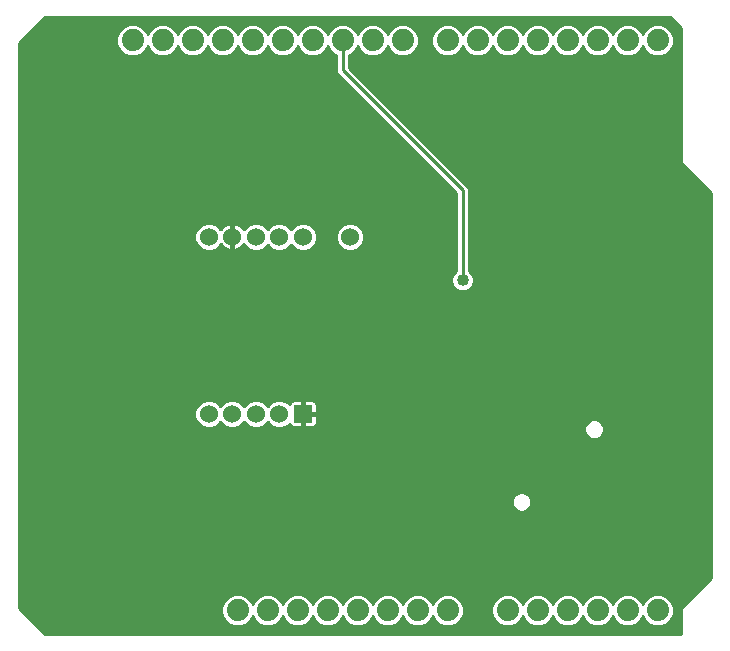
<source format=gbl>
G75*
%MOIN*%
%OFA0B0*%
%FSLAX25Y25*%
%IPPOS*%
%LPD*%
%AMOC8*
5,1,8,0,0,1.08239X$1,22.5*
%
%ADD10C,0.07400*%
%ADD11R,0.06000X0.06000*%
%ADD12C,0.06000*%
%ADD13C,0.01000*%
%ADD14C,0.04000*%
D10*
X0523333Y0201500D03*
X0533333Y0201500D03*
X0543333Y0201500D03*
X0553333Y0201500D03*
X0563333Y0201500D03*
X0573333Y0201500D03*
X0583333Y0201500D03*
X0593333Y0201500D03*
X0603333Y0201500D03*
X0613333Y0201500D03*
X0628333Y0201500D03*
X0638333Y0201500D03*
X0648333Y0201500D03*
X0658333Y0201500D03*
X0668333Y0201500D03*
X0678333Y0201500D03*
X0688333Y0201500D03*
X0698333Y0201500D03*
X0698333Y0011500D03*
X0688333Y0011500D03*
X0678333Y0011500D03*
X0668333Y0011500D03*
X0658333Y0011500D03*
X0648333Y0011500D03*
X0628333Y0011500D03*
X0618333Y0011500D03*
X0608333Y0011500D03*
X0598333Y0011500D03*
X0588333Y0011500D03*
X0578333Y0011500D03*
X0568333Y0011500D03*
X0558333Y0011500D03*
D11*
X0580144Y0076972D03*
D12*
X0572270Y0076972D03*
X0564396Y0076972D03*
X0556522Y0076972D03*
X0548648Y0076972D03*
X0548648Y0136028D03*
X0556522Y0136028D03*
X0564396Y0136028D03*
X0572270Y0136028D03*
X0580144Y0136028D03*
X0595892Y0136028D03*
D13*
X0485433Y0200630D02*
X0485433Y0012370D01*
X0494203Y0003600D01*
X0706233Y0003600D01*
X0706233Y0012370D01*
X0707463Y0013600D01*
X0716233Y0022370D01*
X0716233Y0150630D01*
X0706233Y0160630D01*
X0706233Y0205630D01*
X0702463Y0209400D01*
X0494203Y0209400D01*
X0485433Y0200630D01*
X0485433Y0200047D02*
X0518090Y0200047D01*
X0517933Y0200426D02*
X0518755Y0198441D01*
X0520274Y0196922D01*
X0522259Y0196100D01*
X0524407Y0196100D01*
X0526392Y0196922D01*
X0527911Y0198441D01*
X0528333Y0199460D01*
X0528755Y0198441D01*
X0530274Y0196922D01*
X0532259Y0196100D01*
X0534407Y0196100D01*
X0536392Y0196922D01*
X0537911Y0198441D01*
X0538333Y0199460D01*
X0538755Y0198441D01*
X0540274Y0196922D01*
X0542259Y0196100D01*
X0544407Y0196100D01*
X0546392Y0196922D01*
X0547911Y0198441D01*
X0548333Y0199460D01*
X0548755Y0198441D01*
X0550274Y0196922D01*
X0552259Y0196100D01*
X0554407Y0196100D01*
X0556392Y0196922D01*
X0557911Y0198441D01*
X0558333Y0199460D01*
X0558755Y0198441D01*
X0560274Y0196922D01*
X0562259Y0196100D01*
X0564407Y0196100D01*
X0566392Y0196922D01*
X0567911Y0198441D01*
X0568333Y0199460D01*
X0568755Y0198441D01*
X0570274Y0196922D01*
X0572259Y0196100D01*
X0574407Y0196100D01*
X0576392Y0196922D01*
X0577911Y0198441D01*
X0578333Y0199460D01*
X0578755Y0198441D01*
X0580274Y0196922D01*
X0582259Y0196100D01*
X0584407Y0196100D01*
X0586392Y0196922D01*
X0587911Y0198441D01*
X0588333Y0199460D01*
X0588755Y0198441D01*
X0590274Y0196922D01*
X0591133Y0196566D01*
X0591133Y0190589D01*
X0592422Y0189300D01*
X0631133Y0150589D01*
X0631133Y0124533D01*
X0630197Y0123596D01*
X0629633Y0122236D01*
X0629633Y0120764D01*
X0630197Y0119404D01*
X0631237Y0118363D01*
X0632597Y0117800D01*
X0634069Y0117800D01*
X0635429Y0118363D01*
X0636470Y0119404D01*
X0637033Y0120764D01*
X0637033Y0122236D01*
X0636470Y0123596D01*
X0635533Y0124533D01*
X0635533Y0152411D01*
X0595533Y0192411D01*
X0595533Y0196566D01*
X0596392Y0196922D01*
X0597911Y0198441D01*
X0598333Y0199460D01*
X0598755Y0198441D01*
X0600274Y0196922D01*
X0602259Y0196100D01*
X0604407Y0196100D01*
X0606392Y0196922D01*
X0607911Y0198441D01*
X0608333Y0199460D01*
X0608755Y0198441D01*
X0610274Y0196922D01*
X0612259Y0196100D01*
X0614407Y0196100D01*
X0616392Y0196922D01*
X0617911Y0198441D01*
X0618733Y0200426D01*
X0618733Y0202574D01*
X0617911Y0204559D01*
X0616392Y0206078D01*
X0614407Y0206900D01*
X0612259Y0206900D01*
X0610274Y0206078D01*
X0608755Y0204559D01*
X0608333Y0203540D01*
X0607911Y0204559D01*
X0606392Y0206078D01*
X0604407Y0206900D01*
X0602259Y0206900D01*
X0600274Y0206078D01*
X0598755Y0204559D01*
X0598333Y0203540D01*
X0597911Y0204559D01*
X0596392Y0206078D01*
X0594407Y0206900D01*
X0592259Y0206900D01*
X0590274Y0206078D01*
X0588755Y0204559D01*
X0588333Y0203540D01*
X0587911Y0204559D01*
X0586392Y0206078D01*
X0584407Y0206900D01*
X0582259Y0206900D01*
X0580274Y0206078D01*
X0578755Y0204559D01*
X0578333Y0203540D01*
X0577911Y0204559D01*
X0576392Y0206078D01*
X0574407Y0206900D01*
X0572259Y0206900D01*
X0570274Y0206078D01*
X0568755Y0204559D01*
X0568333Y0203540D01*
X0567911Y0204559D01*
X0566392Y0206078D01*
X0564407Y0206900D01*
X0562259Y0206900D01*
X0560274Y0206078D01*
X0558755Y0204559D01*
X0558333Y0203540D01*
X0557911Y0204559D01*
X0556392Y0206078D01*
X0554407Y0206900D01*
X0552259Y0206900D01*
X0550274Y0206078D01*
X0548755Y0204559D01*
X0548333Y0203540D01*
X0547911Y0204559D01*
X0546392Y0206078D01*
X0544407Y0206900D01*
X0542259Y0206900D01*
X0540274Y0206078D01*
X0538755Y0204559D01*
X0538333Y0203540D01*
X0537911Y0204559D01*
X0536392Y0206078D01*
X0534407Y0206900D01*
X0532259Y0206900D01*
X0530274Y0206078D01*
X0528755Y0204559D01*
X0528333Y0203540D01*
X0527911Y0204559D01*
X0526392Y0206078D01*
X0524407Y0206900D01*
X0522259Y0206900D01*
X0520274Y0206078D01*
X0518755Y0204559D01*
X0517933Y0202574D01*
X0517933Y0200426D01*
X0517933Y0201046D02*
X0485849Y0201046D01*
X0486848Y0202044D02*
X0517933Y0202044D01*
X0518128Y0203043D02*
X0487846Y0203043D01*
X0488845Y0204041D02*
X0518541Y0204041D01*
X0519237Y0205040D02*
X0489843Y0205040D01*
X0490842Y0206039D02*
X0520235Y0206039D01*
X0526432Y0206039D02*
X0530235Y0206039D01*
X0529237Y0205040D02*
X0527430Y0205040D01*
X0528126Y0204041D02*
X0528541Y0204041D01*
X0528504Y0199049D02*
X0528163Y0199049D01*
X0527520Y0198050D02*
X0529146Y0198050D01*
X0530145Y0197052D02*
X0526522Y0197052D01*
X0520145Y0197052D02*
X0485433Y0197052D01*
X0485433Y0198050D02*
X0519146Y0198050D01*
X0518504Y0199049D02*
X0485433Y0199049D01*
X0485433Y0196053D02*
X0591133Y0196053D01*
X0591133Y0195055D02*
X0485433Y0195055D01*
X0485433Y0194056D02*
X0591133Y0194056D01*
X0591133Y0193058D02*
X0485433Y0193058D01*
X0485433Y0192059D02*
X0591133Y0192059D01*
X0591133Y0191061D02*
X0485433Y0191061D01*
X0485433Y0190062D02*
X0591660Y0190062D01*
X0592658Y0189064D02*
X0485433Y0189064D01*
X0485433Y0188065D02*
X0593657Y0188065D01*
X0594655Y0187067D02*
X0485433Y0187067D01*
X0485433Y0186068D02*
X0595654Y0186068D01*
X0596652Y0185070D02*
X0485433Y0185070D01*
X0485433Y0184071D02*
X0597651Y0184071D01*
X0598649Y0183073D02*
X0485433Y0183073D01*
X0485433Y0182074D02*
X0599648Y0182074D01*
X0600646Y0181076D02*
X0485433Y0181076D01*
X0485433Y0180077D02*
X0601645Y0180077D01*
X0602643Y0179079D02*
X0485433Y0179079D01*
X0485433Y0178080D02*
X0603642Y0178080D01*
X0604640Y0177082D02*
X0485433Y0177082D01*
X0485433Y0176083D02*
X0605639Y0176083D01*
X0606637Y0175085D02*
X0485433Y0175085D01*
X0485433Y0174086D02*
X0607636Y0174086D01*
X0608634Y0173088D02*
X0485433Y0173088D01*
X0485433Y0172089D02*
X0609633Y0172089D01*
X0610631Y0171091D02*
X0485433Y0171091D01*
X0485433Y0170092D02*
X0611630Y0170092D01*
X0612628Y0169094D02*
X0485433Y0169094D01*
X0485433Y0168095D02*
X0613627Y0168095D01*
X0614625Y0167097D02*
X0485433Y0167097D01*
X0485433Y0166098D02*
X0615624Y0166098D01*
X0616623Y0165100D02*
X0485433Y0165100D01*
X0485433Y0164101D02*
X0617621Y0164101D01*
X0618620Y0163103D02*
X0485433Y0163103D01*
X0485433Y0162104D02*
X0619618Y0162104D01*
X0620617Y0161105D02*
X0485433Y0161105D01*
X0485433Y0160107D02*
X0621615Y0160107D01*
X0622614Y0159108D02*
X0485433Y0159108D01*
X0485433Y0158110D02*
X0623612Y0158110D01*
X0624611Y0157111D02*
X0485433Y0157111D01*
X0485433Y0156113D02*
X0625609Y0156113D01*
X0626608Y0155114D02*
X0485433Y0155114D01*
X0485433Y0154116D02*
X0627606Y0154116D01*
X0628605Y0153117D02*
X0485433Y0153117D01*
X0485433Y0152119D02*
X0629603Y0152119D01*
X0630602Y0151120D02*
X0485433Y0151120D01*
X0485433Y0150122D02*
X0631133Y0150122D01*
X0631133Y0149123D02*
X0485433Y0149123D01*
X0485433Y0148125D02*
X0631133Y0148125D01*
X0631133Y0147126D02*
X0485433Y0147126D01*
X0485433Y0146128D02*
X0631133Y0146128D01*
X0631133Y0145129D02*
X0485433Y0145129D01*
X0485433Y0144131D02*
X0631133Y0144131D01*
X0631133Y0143132D02*
X0485433Y0143132D01*
X0485433Y0142134D02*
X0631133Y0142134D01*
X0631133Y0141135D02*
X0485433Y0141135D01*
X0485433Y0140137D02*
X0546287Y0140137D01*
X0545986Y0140012D02*
X0544664Y0138690D01*
X0543948Y0136962D01*
X0543948Y0135093D01*
X0544664Y0133365D01*
X0545986Y0132043D01*
X0547713Y0131328D01*
X0549583Y0131328D01*
X0551311Y0132043D01*
X0552633Y0133365D01*
X0552728Y0133595D01*
X0553090Y0133096D01*
X0553591Y0132595D01*
X0554164Y0132179D01*
X0554795Y0131857D01*
X0555469Y0131638D01*
X0556168Y0131528D01*
X0556235Y0131528D01*
X0556235Y0135740D01*
X0556810Y0135740D01*
X0556810Y0131528D01*
X0556876Y0131528D01*
X0557576Y0131638D01*
X0558250Y0131857D01*
X0558881Y0132179D01*
X0559454Y0132595D01*
X0559955Y0133096D01*
X0560317Y0133595D01*
X0560412Y0133365D01*
X0561734Y0132043D01*
X0563461Y0131328D01*
X0565331Y0131328D01*
X0567059Y0132043D01*
X0568333Y0133318D01*
X0569608Y0132043D01*
X0571335Y0131328D01*
X0573205Y0131328D01*
X0574933Y0132043D01*
X0576207Y0133318D01*
X0577482Y0132043D01*
X0579209Y0131328D01*
X0581079Y0131328D01*
X0582807Y0132043D01*
X0584129Y0133365D01*
X0584844Y0135093D01*
X0584844Y0136962D01*
X0584129Y0138690D01*
X0582807Y0140012D01*
X0581079Y0140728D01*
X0579209Y0140728D01*
X0577482Y0140012D01*
X0576207Y0138737D01*
X0574933Y0140012D01*
X0573205Y0140728D01*
X0571335Y0140728D01*
X0569608Y0140012D01*
X0568333Y0138737D01*
X0567059Y0140012D01*
X0565331Y0140728D01*
X0563461Y0140728D01*
X0561734Y0140012D01*
X0560412Y0138690D01*
X0560317Y0138461D01*
X0559955Y0138959D01*
X0559454Y0139460D01*
X0558881Y0139876D01*
X0558250Y0140198D01*
X0557576Y0140417D01*
X0556876Y0140528D01*
X0556810Y0140528D01*
X0556810Y0136315D01*
X0556235Y0136315D01*
X0556235Y0140528D01*
X0556168Y0140528D01*
X0555469Y0140417D01*
X0554795Y0140198D01*
X0554164Y0139876D01*
X0553591Y0139460D01*
X0553090Y0138959D01*
X0552728Y0138461D01*
X0552633Y0138690D01*
X0551311Y0140012D01*
X0549583Y0140728D01*
X0547713Y0140728D01*
X0545986Y0140012D01*
X0545112Y0139138D02*
X0485433Y0139138D01*
X0485433Y0138140D02*
X0544436Y0138140D01*
X0544022Y0137141D02*
X0485433Y0137141D01*
X0485433Y0136143D02*
X0543948Y0136143D01*
X0543948Y0135144D02*
X0485433Y0135144D01*
X0485433Y0134146D02*
X0544341Y0134146D01*
X0544882Y0133147D02*
X0485433Y0133147D01*
X0485433Y0132149D02*
X0545880Y0132149D01*
X0551416Y0132149D02*
X0554223Y0132149D01*
X0553053Y0133147D02*
X0552415Y0133147D01*
X0556235Y0133147D02*
X0556810Y0133147D01*
X0556810Y0132149D02*
X0556235Y0132149D01*
X0556235Y0134146D02*
X0556810Y0134146D01*
X0556810Y0135144D02*
X0556235Y0135144D01*
X0556235Y0137141D02*
X0556810Y0137141D01*
X0556810Y0138140D02*
X0556235Y0138140D01*
X0556235Y0139138D02*
X0556810Y0139138D01*
X0556810Y0140137D02*
X0556235Y0140137D01*
X0554675Y0140137D02*
X0551009Y0140137D01*
X0552184Y0139138D02*
X0553269Y0139138D01*
X0558370Y0140137D02*
X0562035Y0140137D01*
X0560860Y0139138D02*
X0559776Y0139138D01*
X0566758Y0140137D02*
X0569909Y0140137D01*
X0568734Y0139138D02*
X0567932Y0139138D01*
X0574632Y0140137D02*
X0577783Y0140137D01*
X0576608Y0139138D02*
X0575806Y0139138D01*
X0582506Y0140137D02*
X0593531Y0140137D01*
X0593230Y0140012D02*
X0591908Y0138690D01*
X0591192Y0136962D01*
X0591192Y0135093D01*
X0591908Y0133365D01*
X0593230Y0132043D01*
X0594957Y0131328D01*
X0596827Y0131328D01*
X0598555Y0132043D01*
X0599877Y0133365D01*
X0600592Y0135093D01*
X0600592Y0136962D01*
X0599877Y0138690D01*
X0598555Y0140012D01*
X0596827Y0140728D01*
X0594957Y0140728D01*
X0593230Y0140012D01*
X0592356Y0139138D02*
X0583680Y0139138D01*
X0584357Y0138140D02*
X0591680Y0138140D01*
X0591266Y0137141D02*
X0584770Y0137141D01*
X0584844Y0136143D02*
X0591192Y0136143D01*
X0591192Y0135144D02*
X0584844Y0135144D01*
X0584452Y0134146D02*
X0591585Y0134146D01*
X0592126Y0133147D02*
X0583911Y0133147D01*
X0582912Y0132149D02*
X0593124Y0132149D01*
X0598660Y0132149D02*
X0631133Y0132149D01*
X0631133Y0133147D02*
X0599659Y0133147D01*
X0600200Y0134146D02*
X0631133Y0134146D01*
X0631133Y0135144D02*
X0600592Y0135144D01*
X0600592Y0136143D02*
X0631133Y0136143D01*
X0631133Y0137141D02*
X0600518Y0137141D01*
X0600105Y0138140D02*
X0631133Y0138140D01*
X0631133Y0139138D02*
X0599428Y0139138D01*
X0598254Y0140137D02*
X0631133Y0140137D01*
X0635533Y0140137D02*
X0716233Y0140137D01*
X0716233Y0141135D02*
X0635533Y0141135D01*
X0635533Y0142134D02*
X0716233Y0142134D01*
X0716233Y0143132D02*
X0635533Y0143132D01*
X0635533Y0144131D02*
X0716233Y0144131D01*
X0716233Y0145129D02*
X0635533Y0145129D01*
X0635533Y0146128D02*
X0716233Y0146128D01*
X0716233Y0147126D02*
X0635533Y0147126D01*
X0635533Y0148125D02*
X0716233Y0148125D01*
X0716233Y0149123D02*
X0635533Y0149123D01*
X0635533Y0150122D02*
X0716233Y0150122D01*
X0715743Y0151120D02*
X0635533Y0151120D01*
X0635533Y0152119D02*
X0714745Y0152119D01*
X0713746Y0153117D02*
X0634827Y0153117D01*
X0633829Y0154116D02*
X0712748Y0154116D01*
X0711749Y0155114D02*
X0632830Y0155114D01*
X0631832Y0156113D02*
X0710751Y0156113D01*
X0709752Y0157111D02*
X0630833Y0157111D01*
X0629835Y0158110D02*
X0708754Y0158110D01*
X0707755Y0159108D02*
X0628836Y0159108D01*
X0627838Y0160107D02*
X0706756Y0160107D01*
X0706233Y0161105D02*
X0626839Y0161105D01*
X0625841Y0162104D02*
X0706233Y0162104D01*
X0706233Y0163103D02*
X0624842Y0163103D01*
X0623844Y0164101D02*
X0706233Y0164101D01*
X0706233Y0165100D02*
X0622845Y0165100D01*
X0621847Y0166098D02*
X0706233Y0166098D01*
X0706233Y0167097D02*
X0620848Y0167097D01*
X0619850Y0168095D02*
X0706233Y0168095D01*
X0706233Y0169094D02*
X0618851Y0169094D01*
X0617852Y0170092D02*
X0706233Y0170092D01*
X0706233Y0171091D02*
X0616854Y0171091D01*
X0615855Y0172089D02*
X0706233Y0172089D01*
X0706233Y0173088D02*
X0614857Y0173088D01*
X0613858Y0174086D02*
X0706233Y0174086D01*
X0706233Y0175085D02*
X0612860Y0175085D01*
X0611861Y0176083D02*
X0706233Y0176083D01*
X0706233Y0177082D02*
X0610863Y0177082D01*
X0609864Y0178080D02*
X0706233Y0178080D01*
X0706233Y0179079D02*
X0608866Y0179079D01*
X0607867Y0180077D02*
X0706233Y0180077D01*
X0706233Y0181076D02*
X0606869Y0181076D01*
X0605870Y0182074D02*
X0706233Y0182074D01*
X0706233Y0183073D02*
X0604872Y0183073D01*
X0603873Y0184071D02*
X0706233Y0184071D01*
X0706233Y0185070D02*
X0602875Y0185070D01*
X0601876Y0186068D02*
X0706233Y0186068D01*
X0706233Y0187067D02*
X0600878Y0187067D01*
X0599879Y0188065D02*
X0706233Y0188065D01*
X0706233Y0189064D02*
X0598881Y0189064D01*
X0597882Y0190062D02*
X0706233Y0190062D01*
X0706233Y0191061D02*
X0596884Y0191061D01*
X0595885Y0192059D02*
X0706233Y0192059D01*
X0706233Y0193058D02*
X0595533Y0193058D01*
X0595533Y0194056D02*
X0706233Y0194056D01*
X0706233Y0195055D02*
X0595533Y0195055D01*
X0595533Y0196053D02*
X0706233Y0196053D01*
X0706233Y0197052D02*
X0701522Y0197052D01*
X0701392Y0196922D02*
X0702911Y0198441D01*
X0703733Y0200426D01*
X0703733Y0202574D01*
X0702911Y0204559D01*
X0701392Y0206078D01*
X0699407Y0206900D01*
X0697259Y0206900D01*
X0695274Y0206078D01*
X0693755Y0204559D01*
X0693333Y0203540D01*
X0692911Y0204559D01*
X0691392Y0206078D01*
X0689407Y0206900D01*
X0687259Y0206900D01*
X0685274Y0206078D01*
X0683755Y0204559D01*
X0683333Y0203540D01*
X0682911Y0204559D01*
X0681392Y0206078D01*
X0679407Y0206900D01*
X0677259Y0206900D01*
X0675274Y0206078D01*
X0673755Y0204559D01*
X0673333Y0203540D01*
X0672911Y0204559D01*
X0671392Y0206078D01*
X0669407Y0206900D01*
X0667259Y0206900D01*
X0665274Y0206078D01*
X0663755Y0204559D01*
X0663333Y0203540D01*
X0662911Y0204559D01*
X0661392Y0206078D01*
X0659407Y0206900D01*
X0657259Y0206900D01*
X0655274Y0206078D01*
X0653755Y0204559D01*
X0653333Y0203540D01*
X0652911Y0204559D01*
X0651392Y0206078D01*
X0649407Y0206900D01*
X0647259Y0206900D01*
X0645274Y0206078D01*
X0643755Y0204559D01*
X0643333Y0203540D01*
X0642911Y0204559D01*
X0641392Y0206078D01*
X0639407Y0206900D01*
X0637259Y0206900D01*
X0635274Y0206078D01*
X0633755Y0204559D01*
X0633333Y0203540D01*
X0632911Y0204559D01*
X0631392Y0206078D01*
X0629407Y0206900D01*
X0627259Y0206900D01*
X0625274Y0206078D01*
X0623755Y0204559D01*
X0622933Y0202574D01*
X0622933Y0200426D01*
X0623755Y0198441D01*
X0625274Y0196922D01*
X0627259Y0196100D01*
X0629407Y0196100D01*
X0631392Y0196922D01*
X0632911Y0198441D01*
X0633333Y0199460D01*
X0633755Y0198441D01*
X0635274Y0196922D01*
X0637259Y0196100D01*
X0639407Y0196100D01*
X0641392Y0196922D01*
X0642911Y0198441D01*
X0643333Y0199460D01*
X0643755Y0198441D01*
X0645274Y0196922D01*
X0647259Y0196100D01*
X0649407Y0196100D01*
X0651392Y0196922D01*
X0652911Y0198441D01*
X0653333Y0199460D01*
X0653755Y0198441D01*
X0655274Y0196922D01*
X0657259Y0196100D01*
X0659407Y0196100D01*
X0661392Y0196922D01*
X0662911Y0198441D01*
X0663333Y0199460D01*
X0663755Y0198441D01*
X0665274Y0196922D01*
X0667259Y0196100D01*
X0669407Y0196100D01*
X0671392Y0196922D01*
X0672911Y0198441D01*
X0673333Y0199460D01*
X0673755Y0198441D01*
X0675274Y0196922D01*
X0677259Y0196100D01*
X0679407Y0196100D01*
X0681392Y0196922D01*
X0682911Y0198441D01*
X0683333Y0199460D01*
X0683755Y0198441D01*
X0685274Y0196922D01*
X0687259Y0196100D01*
X0689407Y0196100D01*
X0691392Y0196922D01*
X0692911Y0198441D01*
X0693333Y0199460D01*
X0693755Y0198441D01*
X0695274Y0196922D01*
X0697259Y0196100D01*
X0699407Y0196100D01*
X0701392Y0196922D01*
X0702520Y0198050D02*
X0706233Y0198050D01*
X0706233Y0199049D02*
X0703163Y0199049D01*
X0703577Y0200047D02*
X0706233Y0200047D01*
X0706233Y0201046D02*
X0703733Y0201046D01*
X0703733Y0202044D02*
X0706233Y0202044D01*
X0706233Y0203043D02*
X0703539Y0203043D01*
X0703126Y0204041D02*
X0706233Y0204041D01*
X0706233Y0205040D02*
X0702430Y0205040D01*
X0701432Y0206039D02*
X0705825Y0206039D01*
X0704826Y0207037D02*
X0491840Y0207037D01*
X0492839Y0208036D02*
X0703828Y0208036D01*
X0702829Y0209034D02*
X0493837Y0209034D01*
X0536432Y0206039D02*
X0540235Y0206039D01*
X0539237Y0205040D02*
X0537430Y0205040D01*
X0538126Y0204041D02*
X0538541Y0204041D01*
X0538504Y0199049D02*
X0538163Y0199049D01*
X0537520Y0198050D02*
X0539146Y0198050D01*
X0540145Y0197052D02*
X0536522Y0197052D01*
X0546522Y0197052D02*
X0550145Y0197052D01*
X0549146Y0198050D02*
X0547520Y0198050D01*
X0548163Y0199049D02*
X0548504Y0199049D01*
X0548541Y0204041D02*
X0548126Y0204041D01*
X0547430Y0205040D02*
X0549237Y0205040D01*
X0550235Y0206039D02*
X0546432Y0206039D01*
X0556432Y0206039D02*
X0560235Y0206039D01*
X0559237Y0205040D02*
X0557430Y0205040D01*
X0558126Y0204041D02*
X0558541Y0204041D01*
X0558504Y0199049D02*
X0558163Y0199049D01*
X0557520Y0198050D02*
X0559146Y0198050D01*
X0560145Y0197052D02*
X0556522Y0197052D01*
X0566522Y0197052D02*
X0570145Y0197052D01*
X0569146Y0198050D02*
X0567520Y0198050D01*
X0568163Y0199049D02*
X0568504Y0199049D01*
X0568541Y0204041D02*
X0568126Y0204041D01*
X0567430Y0205040D02*
X0569237Y0205040D01*
X0570235Y0206039D02*
X0566432Y0206039D01*
X0576432Y0206039D02*
X0580235Y0206039D01*
X0579237Y0205040D02*
X0577430Y0205040D01*
X0578126Y0204041D02*
X0578541Y0204041D01*
X0578504Y0199049D02*
X0578163Y0199049D01*
X0577520Y0198050D02*
X0579146Y0198050D01*
X0580145Y0197052D02*
X0576522Y0197052D01*
X0586522Y0197052D02*
X0590145Y0197052D01*
X0589146Y0198050D02*
X0587520Y0198050D01*
X0588163Y0199049D02*
X0588504Y0199049D01*
X0588541Y0204041D02*
X0588126Y0204041D01*
X0587430Y0205040D02*
X0589237Y0205040D01*
X0590235Y0206039D02*
X0586432Y0206039D01*
X0593333Y0201500D02*
X0593333Y0191500D01*
X0633333Y0151500D01*
X0633333Y0121500D01*
X0630761Y0124161D02*
X0485433Y0124161D01*
X0485433Y0125159D02*
X0631133Y0125159D01*
X0631133Y0126158D02*
X0485433Y0126158D01*
X0485433Y0127156D02*
X0631133Y0127156D01*
X0631133Y0128155D02*
X0485433Y0128155D01*
X0485433Y0129153D02*
X0631133Y0129153D01*
X0631133Y0130152D02*
X0485433Y0130152D01*
X0485433Y0131150D02*
X0631133Y0131150D01*
X0635533Y0131150D02*
X0716233Y0131150D01*
X0716233Y0130152D02*
X0635533Y0130152D01*
X0635533Y0129153D02*
X0716233Y0129153D01*
X0716233Y0128155D02*
X0635533Y0128155D01*
X0635533Y0127156D02*
X0716233Y0127156D01*
X0716233Y0126158D02*
X0635533Y0126158D01*
X0635533Y0125159D02*
X0716233Y0125159D01*
X0716233Y0124161D02*
X0635905Y0124161D01*
X0636650Y0123162D02*
X0716233Y0123162D01*
X0716233Y0122164D02*
X0637033Y0122164D01*
X0637033Y0121165D02*
X0716233Y0121165D01*
X0716233Y0120167D02*
X0636786Y0120167D01*
X0636234Y0119168D02*
X0716233Y0119168D01*
X0716233Y0118170D02*
X0634961Y0118170D01*
X0631705Y0118170D02*
X0485433Y0118170D01*
X0485433Y0119168D02*
X0630433Y0119168D01*
X0629881Y0120167D02*
X0485433Y0120167D01*
X0485433Y0121165D02*
X0629633Y0121165D01*
X0629633Y0122164D02*
X0485433Y0122164D01*
X0485433Y0123162D02*
X0630017Y0123162D01*
X0635533Y0132149D02*
X0716233Y0132149D01*
X0716233Y0133147D02*
X0635533Y0133147D01*
X0635533Y0134146D02*
X0716233Y0134146D01*
X0716233Y0135144D02*
X0635533Y0135144D01*
X0635533Y0136143D02*
X0716233Y0136143D01*
X0716233Y0137141D02*
X0635533Y0137141D01*
X0635533Y0138140D02*
X0716233Y0138140D01*
X0716233Y0139138D02*
X0635533Y0139138D01*
X0577376Y0132149D02*
X0575038Y0132149D01*
X0576037Y0133147D02*
X0576378Y0133147D01*
X0569502Y0132149D02*
X0567164Y0132149D01*
X0568163Y0133147D02*
X0568504Y0133147D01*
X0561628Y0132149D02*
X0558822Y0132149D01*
X0559992Y0133147D02*
X0560630Y0133147D01*
X0485433Y0117171D02*
X0716233Y0117171D01*
X0716233Y0116172D02*
X0485433Y0116172D01*
X0485433Y0115174D02*
X0716233Y0115174D01*
X0716233Y0114175D02*
X0485433Y0114175D01*
X0485433Y0113177D02*
X0716233Y0113177D01*
X0716233Y0112178D02*
X0485433Y0112178D01*
X0485433Y0111180D02*
X0716233Y0111180D01*
X0716233Y0110181D02*
X0485433Y0110181D01*
X0485433Y0109183D02*
X0716233Y0109183D01*
X0716233Y0108184D02*
X0485433Y0108184D01*
X0485433Y0107186D02*
X0716233Y0107186D01*
X0716233Y0106187D02*
X0485433Y0106187D01*
X0485433Y0105189D02*
X0716233Y0105189D01*
X0716233Y0104190D02*
X0485433Y0104190D01*
X0485433Y0103192D02*
X0716233Y0103192D01*
X0716233Y0102193D02*
X0485433Y0102193D01*
X0485433Y0101195D02*
X0716233Y0101195D01*
X0716233Y0100196D02*
X0485433Y0100196D01*
X0485433Y0099198D02*
X0716233Y0099198D01*
X0716233Y0098199D02*
X0485433Y0098199D01*
X0485433Y0097201D02*
X0716233Y0097201D01*
X0716233Y0096202D02*
X0485433Y0096202D01*
X0485433Y0095204D02*
X0716233Y0095204D01*
X0716233Y0094205D02*
X0485433Y0094205D01*
X0485433Y0093207D02*
X0716233Y0093207D01*
X0716233Y0092208D02*
X0485433Y0092208D01*
X0485433Y0091210D02*
X0716233Y0091210D01*
X0716233Y0090211D02*
X0485433Y0090211D01*
X0485433Y0089213D02*
X0716233Y0089213D01*
X0716233Y0088214D02*
X0485433Y0088214D01*
X0485433Y0087216D02*
X0716233Y0087216D01*
X0716233Y0086217D02*
X0485433Y0086217D01*
X0485433Y0085219D02*
X0716233Y0085219D01*
X0716233Y0084220D02*
X0485433Y0084220D01*
X0485433Y0083222D02*
X0716233Y0083222D01*
X0716233Y0082223D02*
X0485433Y0082223D01*
X0485433Y0081225D02*
X0546632Y0081225D01*
X0545986Y0080957D02*
X0544664Y0079635D01*
X0543948Y0077907D01*
X0543948Y0076038D01*
X0544664Y0074310D01*
X0545986Y0072988D01*
X0547713Y0072272D01*
X0549583Y0072272D01*
X0551311Y0072988D01*
X0552585Y0074263D01*
X0553860Y0072988D01*
X0555587Y0072272D01*
X0557457Y0072272D01*
X0559185Y0072988D01*
X0560459Y0074263D01*
X0561734Y0072988D01*
X0563461Y0072272D01*
X0565331Y0072272D01*
X0567059Y0072988D01*
X0568333Y0074263D01*
X0569608Y0072988D01*
X0571335Y0072272D01*
X0573205Y0072272D01*
X0574933Y0072988D01*
X0575660Y0073716D01*
X0575747Y0073393D01*
X0575944Y0073051D01*
X0576223Y0072772D01*
X0576565Y0072575D01*
X0576947Y0072472D01*
X0579857Y0072472D01*
X0579857Y0076685D01*
X0580432Y0076685D01*
X0580432Y0077260D01*
X0584644Y0077260D01*
X0584644Y0080170D01*
X0584542Y0080551D01*
X0584345Y0080893D01*
X0584065Y0081173D01*
X0583723Y0081370D01*
X0583342Y0081472D01*
X0580432Y0081472D01*
X0580432Y0077260D01*
X0579857Y0077260D01*
X0579857Y0081472D01*
X0576947Y0081472D01*
X0576565Y0081370D01*
X0576223Y0081173D01*
X0575944Y0080893D01*
X0575747Y0080551D01*
X0575660Y0080229D01*
X0574933Y0080957D01*
X0573205Y0081672D01*
X0571335Y0081672D01*
X0569608Y0080957D01*
X0568333Y0079682D01*
X0567059Y0080957D01*
X0565331Y0081672D01*
X0563461Y0081672D01*
X0561734Y0080957D01*
X0560459Y0079682D01*
X0559185Y0080957D01*
X0557457Y0081672D01*
X0555587Y0081672D01*
X0553860Y0080957D01*
X0552585Y0079682D01*
X0551311Y0080957D01*
X0549583Y0081672D01*
X0547713Y0081672D01*
X0545986Y0080957D01*
X0545255Y0080226D02*
X0485433Y0080226D01*
X0485433Y0079228D02*
X0544495Y0079228D01*
X0544082Y0078229D02*
X0485433Y0078229D01*
X0485433Y0077231D02*
X0543948Y0077231D01*
X0543948Y0076232D02*
X0485433Y0076232D01*
X0485433Y0075234D02*
X0544281Y0075234D01*
X0544739Y0074235D02*
X0485433Y0074235D01*
X0485433Y0073237D02*
X0545737Y0073237D01*
X0551559Y0073237D02*
X0553611Y0073237D01*
X0552613Y0074235D02*
X0552558Y0074235D01*
X0559433Y0073237D02*
X0561485Y0073237D01*
X0560487Y0074235D02*
X0560432Y0074235D01*
X0567307Y0073237D02*
X0569359Y0073237D01*
X0568361Y0074235D02*
X0568306Y0074235D01*
X0575181Y0073237D02*
X0575837Y0073237D01*
X0579857Y0073237D02*
X0580432Y0073237D01*
X0580432Y0072472D02*
X0583342Y0072472D01*
X0583723Y0072575D01*
X0584065Y0072772D01*
X0584345Y0073051D01*
X0584542Y0073393D01*
X0584644Y0073775D01*
X0584644Y0076685D01*
X0580432Y0076685D01*
X0580432Y0072472D01*
X0580432Y0074235D02*
X0579857Y0074235D01*
X0579857Y0075234D02*
X0580432Y0075234D01*
X0580432Y0076232D02*
X0579857Y0076232D01*
X0580432Y0077231D02*
X0716233Y0077231D01*
X0716233Y0078229D02*
X0584644Y0078229D01*
X0584644Y0079228D02*
X0716233Y0079228D01*
X0716233Y0080226D02*
X0584629Y0080226D01*
X0583976Y0081225D02*
X0716233Y0081225D01*
X0716233Y0076232D02*
X0584644Y0076232D01*
X0584644Y0075234D02*
X0716233Y0075234D01*
X0716233Y0074235D02*
X0679442Y0074235D01*
X0679047Y0074631D02*
X0677843Y0075129D01*
X0676540Y0075129D01*
X0675337Y0074631D01*
X0674415Y0073709D01*
X0673917Y0072506D01*
X0673917Y0071203D01*
X0674415Y0069999D01*
X0675337Y0069078D01*
X0676540Y0068580D01*
X0677843Y0068580D01*
X0679047Y0069078D01*
X0679968Y0069999D01*
X0680466Y0071203D01*
X0680466Y0072506D01*
X0679968Y0073709D01*
X0679047Y0074631D01*
X0680164Y0073237D02*
X0716233Y0073237D01*
X0716233Y0072238D02*
X0680466Y0072238D01*
X0680466Y0071239D02*
X0716233Y0071239D01*
X0716233Y0070241D02*
X0680068Y0070241D01*
X0679211Y0069242D02*
X0716233Y0069242D01*
X0716233Y0068244D02*
X0485433Y0068244D01*
X0485433Y0069242D02*
X0675172Y0069242D01*
X0674315Y0070241D02*
X0485433Y0070241D01*
X0485433Y0071239D02*
X0673917Y0071239D01*
X0673917Y0072238D02*
X0485433Y0072238D01*
X0485433Y0067245D02*
X0716233Y0067245D01*
X0716233Y0066247D02*
X0485433Y0066247D01*
X0485433Y0065248D02*
X0716233Y0065248D01*
X0716233Y0064250D02*
X0485433Y0064250D01*
X0485433Y0063251D02*
X0716233Y0063251D01*
X0716233Y0062253D02*
X0485433Y0062253D01*
X0485433Y0061254D02*
X0716233Y0061254D01*
X0716233Y0060256D02*
X0485433Y0060256D01*
X0485433Y0059257D02*
X0716233Y0059257D01*
X0716233Y0058259D02*
X0485433Y0058259D01*
X0485433Y0057260D02*
X0716233Y0057260D01*
X0716233Y0056262D02*
X0485433Y0056262D01*
X0485433Y0055263D02*
X0716233Y0055263D01*
X0716233Y0054265D02*
X0485433Y0054265D01*
X0485433Y0053266D02*
X0716233Y0053266D01*
X0716233Y0052268D02*
X0485433Y0052268D01*
X0485433Y0051269D02*
X0716233Y0051269D01*
X0716233Y0050271D02*
X0654981Y0050271D01*
X0654834Y0050418D02*
X0653630Y0050917D01*
X0652328Y0050917D01*
X0651124Y0050418D01*
X0650203Y0049497D01*
X0649704Y0048293D01*
X0649704Y0046990D01*
X0650203Y0045787D01*
X0651124Y0044865D01*
X0652328Y0044367D01*
X0653630Y0044367D01*
X0654834Y0044865D01*
X0655755Y0045787D01*
X0656254Y0046990D01*
X0656254Y0048293D01*
X0655755Y0049497D01*
X0654834Y0050418D01*
X0655848Y0049272D02*
X0716233Y0049272D01*
X0716233Y0048274D02*
X0656254Y0048274D01*
X0656254Y0047275D02*
X0716233Y0047275D01*
X0716233Y0046277D02*
X0655958Y0046277D01*
X0655247Y0045278D02*
X0716233Y0045278D01*
X0716233Y0044280D02*
X0485433Y0044280D01*
X0485433Y0045278D02*
X0650711Y0045278D01*
X0650000Y0046277D02*
X0485433Y0046277D01*
X0485433Y0047275D02*
X0649704Y0047275D01*
X0649704Y0048274D02*
X0485433Y0048274D01*
X0485433Y0049272D02*
X0650110Y0049272D01*
X0650977Y0050271D02*
X0485433Y0050271D01*
X0485433Y0043281D02*
X0716233Y0043281D01*
X0716233Y0042283D02*
X0485433Y0042283D01*
X0485433Y0041284D02*
X0716233Y0041284D01*
X0716233Y0040286D02*
X0485433Y0040286D01*
X0485433Y0039287D02*
X0716233Y0039287D01*
X0716233Y0038289D02*
X0485433Y0038289D01*
X0485433Y0037290D02*
X0716233Y0037290D01*
X0716233Y0036292D02*
X0485433Y0036292D01*
X0485433Y0035293D02*
X0716233Y0035293D01*
X0716233Y0034295D02*
X0485433Y0034295D01*
X0485433Y0033296D02*
X0716233Y0033296D01*
X0716233Y0032298D02*
X0485433Y0032298D01*
X0485433Y0031299D02*
X0716233Y0031299D01*
X0716233Y0030301D02*
X0485433Y0030301D01*
X0485433Y0029302D02*
X0716233Y0029302D01*
X0716233Y0028303D02*
X0485433Y0028303D01*
X0485433Y0027305D02*
X0716233Y0027305D01*
X0716233Y0026306D02*
X0485433Y0026306D01*
X0485433Y0025308D02*
X0716233Y0025308D01*
X0716233Y0024309D02*
X0485433Y0024309D01*
X0485433Y0023311D02*
X0716233Y0023311D01*
X0716176Y0022312D02*
X0485433Y0022312D01*
X0485433Y0021314D02*
X0715177Y0021314D01*
X0714179Y0020315D02*
X0485433Y0020315D01*
X0485433Y0019317D02*
X0713180Y0019317D01*
X0712182Y0018318D02*
X0485433Y0018318D01*
X0485433Y0017320D02*
X0711183Y0017320D01*
X0710185Y0016321D02*
X0700804Y0016321D01*
X0701392Y0016078D02*
X0699407Y0016900D01*
X0697259Y0016900D01*
X0695274Y0016078D01*
X0693755Y0014559D01*
X0693333Y0013540D01*
X0692911Y0014559D01*
X0691392Y0016078D01*
X0689407Y0016900D01*
X0687259Y0016900D01*
X0685274Y0016078D01*
X0683755Y0014559D01*
X0683333Y0013540D01*
X0682911Y0014559D01*
X0681392Y0016078D01*
X0679407Y0016900D01*
X0677259Y0016900D01*
X0675274Y0016078D01*
X0673755Y0014559D01*
X0673333Y0013540D01*
X0672911Y0014559D01*
X0671392Y0016078D01*
X0669407Y0016900D01*
X0667259Y0016900D01*
X0665274Y0016078D01*
X0663755Y0014559D01*
X0663333Y0013540D01*
X0662911Y0014559D01*
X0661392Y0016078D01*
X0659407Y0016900D01*
X0657259Y0016900D01*
X0655274Y0016078D01*
X0653755Y0014559D01*
X0653333Y0013540D01*
X0652911Y0014559D01*
X0651392Y0016078D01*
X0649407Y0016900D01*
X0647259Y0016900D01*
X0645274Y0016078D01*
X0643755Y0014559D01*
X0642933Y0012574D01*
X0642933Y0010426D01*
X0643755Y0008441D01*
X0645274Y0006922D01*
X0647259Y0006100D01*
X0649407Y0006100D01*
X0651392Y0006922D01*
X0652911Y0008441D01*
X0653333Y0009460D01*
X0653755Y0008441D01*
X0655274Y0006922D01*
X0657259Y0006100D01*
X0659407Y0006100D01*
X0661392Y0006922D01*
X0662911Y0008441D01*
X0663333Y0009460D01*
X0663755Y0008441D01*
X0665274Y0006922D01*
X0667259Y0006100D01*
X0669407Y0006100D01*
X0671392Y0006922D01*
X0672911Y0008441D01*
X0673333Y0009460D01*
X0673755Y0008441D01*
X0675274Y0006922D01*
X0677259Y0006100D01*
X0679407Y0006100D01*
X0681392Y0006922D01*
X0682911Y0008441D01*
X0683333Y0009460D01*
X0683755Y0008441D01*
X0685274Y0006922D01*
X0687259Y0006100D01*
X0689407Y0006100D01*
X0691392Y0006922D01*
X0692911Y0008441D01*
X0693333Y0009460D01*
X0693755Y0008441D01*
X0695274Y0006922D01*
X0697259Y0006100D01*
X0699407Y0006100D01*
X0701392Y0006922D01*
X0702911Y0008441D01*
X0703733Y0010426D01*
X0703733Y0012574D01*
X0702911Y0014559D01*
X0701392Y0016078D01*
X0702147Y0015323D02*
X0709186Y0015323D01*
X0708188Y0014324D02*
X0703008Y0014324D01*
X0703422Y0013326D02*
X0707189Y0013326D01*
X0706233Y0012327D02*
X0703733Y0012327D01*
X0703733Y0011329D02*
X0706233Y0011329D01*
X0706233Y0010330D02*
X0703694Y0010330D01*
X0703280Y0009332D02*
X0706233Y0009332D01*
X0706233Y0008333D02*
X0702803Y0008333D01*
X0701805Y0007335D02*
X0706233Y0007335D01*
X0706233Y0006336D02*
X0699978Y0006336D01*
X0696689Y0006336D02*
X0689978Y0006336D01*
X0691805Y0007335D02*
X0694862Y0007335D01*
X0693863Y0008333D02*
X0692803Y0008333D01*
X0693280Y0009332D02*
X0693387Y0009332D01*
X0693658Y0014324D02*
X0693008Y0014324D01*
X0692147Y0015323D02*
X0694519Y0015323D01*
X0695862Y0016321D02*
X0690804Y0016321D01*
X0685862Y0016321D02*
X0680804Y0016321D01*
X0682147Y0015323D02*
X0684519Y0015323D01*
X0683658Y0014324D02*
X0683008Y0014324D01*
X0683280Y0009332D02*
X0683387Y0009332D01*
X0683863Y0008333D02*
X0682803Y0008333D01*
X0681805Y0007335D02*
X0684862Y0007335D01*
X0686689Y0006336D02*
X0679978Y0006336D01*
X0676689Y0006336D02*
X0669978Y0006336D01*
X0671805Y0007335D02*
X0674862Y0007335D01*
X0673863Y0008333D02*
X0672803Y0008333D01*
X0673280Y0009332D02*
X0673387Y0009332D01*
X0673658Y0014324D02*
X0673008Y0014324D01*
X0672147Y0015323D02*
X0674519Y0015323D01*
X0675862Y0016321D02*
X0670804Y0016321D01*
X0665862Y0016321D02*
X0660804Y0016321D01*
X0662147Y0015323D02*
X0664519Y0015323D01*
X0663658Y0014324D02*
X0663008Y0014324D01*
X0663280Y0009332D02*
X0663387Y0009332D01*
X0663863Y0008333D02*
X0662803Y0008333D01*
X0661805Y0007335D02*
X0664862Y0007335D01*
X0666689Y0006336D02*
X0659978Y0006336D01*
X0656689Y0006336D02*
X0649978Y0006336D01*
X0651805Y0007335D02*
X0654862Y0007335D01*
X0653863Y0008333D02*
X0652803Y0008333D01*
X0653280Y0009332D02*
X0653387Y0009332D01*
X0653658Y0014324D02*
X0653008Y0014324D01*
X0652147Y0015323D02*
X0654519Y0015323D01*
X0655862Y0016321D02*
X0650804Y0016321D01*
X0645862Y0016321D02*
X0630804Y0016321D01*
X0631392Y0016078D02*
X0629407Y0016900D01*
X0627259Y0016900D01*
X0625274Y0016078D01*
X0623755Y0014559D01*
X0623333Y0013540D01*
X0622911Y0014559D01*
X0621392Y0016078D01*
X0619407Y0016900D01*
X0617259Y0016900D01*
X0615274Y0016078D01*
X0613755Y0014559D01*
X0613333Y0013540D01*
X0612911Y0014559D01*
X0611392Y0016078D01*
X0609407Y0016900D01*
X0607259Y0016900D01*
X0605274Y0016078D01*
X0603755Y0014559D01*
X0603333Y0013540D01*
X0602911Y0014559D01*
X0601392Y0016078D01*
X0599407Y0016900D01*
X0597259Y0016900D01*
X0595274Y0016078D01*
X0593755Y0014559D01*
X0593333Y0013540D01*
X0592911Y0014559D01*
X0591392Y0016078D01*
X0589407Y0016900D01*
X0587259Y0016900D01*
X0585274Y0016078D01*
X0583755Y0014559D01*
X0583333Y0013540D01*
X0582911Y0014559D01*
X0581392Y0016078D01*
X0579407Y0016900D01*
X0577259Y0016900D01*
X0575274Y0016078D01*
X0573755Y0014559D01*
X0573333Y0013540D01*
X0572911Y0014559D01*
X0571392Y0016078D01*
X0569407Y0016900D01*
X0567259Y0016900D01*
X0565274Y0016078D01*
X0563755Y0014559D01*
X0563333Y0013540D01*
X0562911Y0014559D01*
X0561392Y0016078D01*
X0559407Y0016900D01*
X0557259Y0016900D01*
X0555274Y0016078D01*
X0553755Y0014559D01*
X0552933Y0012574D01*
X0552933Y0010426D01*
X0553755Y0008441D01*
X0555274Y0006922D01*
X0557259Y0006100D01*
X0559407Y0006100D01*
X0561392Y0006922D01*
X0562911Y0008441D01*
X0563333Y0009460D01*
X0563755Y0008441D01*
X0565274Y0006922D01*
X0567259Y0006100D01*
X0569407Y0006100D01*
X0571392Y0006922D01*
X0572911Y0008441D01*
X0573333Y0009460D01*
X0573755Y0008441D01*
X0575274Y0006922D01*
X0577259Y0006100D01*
X0579407Y0006100D01*
X0581392Y0006922D01*
X0582911Y0008441D01*
X0583333Y0009460D01*
X0583755Y0008441D01*
X0585274Y0006922D01*
X0587259Y0006100D01*
X0589407Y0006100D01*
X0591392Y0006922D01*
X0592911Y0008441D01*
X0593333Y0009460D01*
X0593755Y0008441D01*
X0595274Y0006922D01*
X0597259Y0006100D01*
X0599407Y0006100D01*
X0601392Y0006922D01*
X0602911Y0008441D01*
X0603333Y0009460D01*
X0603755Y0008441D01*
X0605274Y0006922D01*
X0607259Y0006100D01*
X0609407Y0006100D01*
X0611392Y0006922D01*
X0612911Y0008441D01*
X0613333Y0009460D01*
X0613755Y0008441D01*
X0615274Y0006922D01*
X0617259Y0006100D01*
X0619407Y0006100D01*
X0621392Y0006922D01*
X0622911Y0008441D01*
X0623333Y0009460D01*
X0623755Y0008441D01*
X0625274Y0006922D01*
X0627259Y0006100D01*
X0629407Y0006100D01*
X0631392Y0006922D01*
X0632911Y0008441D01*
X0633733Y0010426D01*
X0633733Y0012574D01*
X0632911Y0014559D01*
X0631392Y0016078D01*
X0632147Y0015323D02*
X0644519Y0015323D01*
X0643658Y0014324D02*
X0633008Y0014324D01*
X0633422Y0013326D02*
X0643245Y0013326D01*
X0642933Y0012327D02*
X0633733Y0012327D01*
X0633733Y0011329D02*
X0642933Y0011329D01*
X0642973Y0010330D02*
X0633694Y0010330D01*
X0633280Y0009332D02*
X0643387Y0009332D01*
X0643863Y0008333D02*
X0632803Y0008333D01*
X0631805Y0007335D02*
X0644862Y0007335D01*
X0646689Y0006336D02*
X0629978Y0006336D01*
X0626689Y0006336D02*
X0619978Y0006336D01*
X0621805Y0007335D02*
X0624862Y0007335D01*
X0623863Y0008333D02*
X0622803Y0008333D01*
X0623280Y0009332D02*
X0623387Y0009332D01*
X0623658Y0014324D02*
X0623008Y0014324D01*
X0622147Y0015323D02*
X0624519Y0015323D01*
X0625862Y0016321D02*
X0620804Y0016321D01*
X0615862Y0016321D02*
X0610804Y0016321D01*
X0612147Y0015323D02*
X0614519Y0015323D01*
X0613658Y0014324D02*
X0613008Y0014324D01*
X0613280Y0009332D02*
X0613387Y0009332D01*
X0613863Y0008333D02*
X0612803Y0008333D01*
X0611805Y0007335D02*
X0614862Y0007335D01*
X0616689Y0006336D02*
X0609978Y0006336D01*
X0606689Y0006336D02*
X0599978Y0006336D01*
X0601805Y0007335D02*
X0604862Y0007335D01*
X0603863Y0008333D02*
X0602803Y0008333D01*
X0603280Y0009332D02*
X0603387Y0009332D01*
X0603658Y0014324D02*
X0603008Y0014324D01*
X0602147Y0015323D02*
X0604519Y0015323D01*
X0605862Y0016321D02*
X0600804Y0016321D01*
X0595862Y0016321D02*
X0590804Y0016321D01*
X0592147Y0015323D02*
X0594519Y0015323D01*
X0593658Y0014324D02*
X0593008Y0014324D01*
X0593280Y0009332D02*
X0593387Y0009332D01*
X0593863Y0008333D02*
X0592803Y0008333D01*
X0591805Y0007335D02*
X0594862Y0007335D01*
X0596689Y0006336D02*
X0589978Y0006336D01*
X0586689Y0006336D02*
X0579978Y0006336D01*
X0581805Y0007335D02*
X0584862Y0007335D01*
X0583863Y0008333D02*
X0582803Y0008333D01*
X0583280Y0009332D02*
X0583387Y0009332D01*
X0583658Y0014324D02*
X0583008Y0014324D01*
X0582147Y0015323D02*
X0584519Y0015323D01*
X0585862Y0016321D02*
X0580804Y0016321D01*
X0575862Y0016321D02*
X0570804Y0016321D01*
X0572147Y0015323D02*
X0574519Y0015323D01*
X0573658Y0014324D02*
X0573008Y0014324D01*
X0573280Y0009332D02*
X0573387Y0009332D01*
X0573863Y0008333D02*
X0572803Y0008333D01*
X0571805Y0007335D02*
X0574862Y0007335D01*
X0576689Y0006336D02*
X0569978Y0006336D01*
X0566689Y0006336D02*
X0559978Y0006336D01*
X0561805Y0007335D02*
X0564862Y0007335D01*
X0563863Y0008333D02*
X0562803Y0008333D01*
X0563280Y0009332D02*
X0563387Y0009332D01*
X0563658Y0014324D02*
X0563008Y0014324D01*
X0562147Y0015323D02*
X0564519Y0015323D01*
X0565862Y0016321D02*
X0560804Y0016321D01*
X0555862Y0016321D02*
X0485433Y0016321D01*
X0485433Y0015323D02*
X0554519Y0015323D01*
X0553658Y0014324D02*
X0485433Y0014324D01*
X0485433Y0013326D02*
X0553245Y0013326D01*
X0552933Y0012327D02*
X0485476Y0012327D01*
X0486474Y0011329D02*
X0552933Y0011329D01*
X0552973Y0010330D02*
X0487473Y0010330D01*
X0488471Y0009332D02*
X0553387Y0009332D01*
X0553863Y0008333D02*
X0489470Y0008333D01*
X0490468Y0007335D02*
X0554862Y0007335D01*
X0556689Y0006336D02*
X0491467Y0006336D01*
X0492465Y0005338D02*
X0706233Y0005338D01*
X0706233Y0004339D02*
X0493464Y0004339D01*
X0584451Y0073237D02*
X0674220Y0073237D01*
X0674941Y0074235D02*
X0584644Y0074235D01*
X0580432Y0078229D02*
X0579857Y0078229D01*
X0579857Y0079228D02*
X0580432Y0079228D01*
X0580432Y0080226D02*
X0579857Y0080226D01*
X0579857Y0081225D02*
X0580432Y0081225D01*
X0576313Y0081225D02*
X0574286Y0081225D01*
X0570254Y0081225D02*
X0566412Y0081225D01*
X0567789Y0080226D02*
X0568877Y0080226D01*
X0562380Y0081225D02*
X0558538Y0081225D01*
X0559915Y0080226D02*
X0561003Y0080226D01*
X0554506Y0081225D02*
X0550664Y0081225D01*
X0552041Y0080226D02*
X0553129Y0080226D01*
X0596522Y0197052D02*
X0600145Y0197052D01*
X0599146Y0198050D02*
X0597520Y0198050D01*
X0598163Y0199049D02*
X0598504Y0199049D01*
X0598541Y0204041D02*
X0598126Y0204041D01*
X0597430Y0205040D02*
X0599237Y0205040D01*
X0600235Y0206039D02*
X0596432Y0206039D01*
X0606432Y0206039D02*
X0610235Y0206039D01*
X0609237Y0205040D02*
X0607430Y0205040D01*
X0608126Y0204041D02*
X0608541Y0204041D01*
X0608504Y0199049D02*
X0608163Y0199049D01*
X0607520Y0198050D02*
X0609146Y0198050D01*
X0610145Y0197052D02*
X0606522Y0197052D01*
X0616522Y0197052D02*
X0625145Y0197052D01*
X0624146Y0198050D02*
X0617520Y0198050D01*
X0618163Y0199049D02*
X0623504Y0199049D01*
X0623090Y0200047D02*
X0618577Y0200047D01*
X0618733Y0201046D02*
X0622933Y0201046D01*
X0622933Y0202044D02*
X0618733Y0202044D01*
X0618539Y0203043D02*
X0623128Y0203043D01*
X0623541Y0204041D02*
X0618126Y0204041D01*
X0617430Y0205040D02*
X0624237Y0205040D01*
X0625235Y0206039D02*
X0616432Y0206039D01*
X0631432Y0206039D02*
X0635235Y0206039D01*
X0634237Y0205040D02*
X0632430Y0205040D01*
X0633126Y0204041D02*
X0633541Y0204041D01*
X0633504Y0199049D02*
X0633163Y0199049D01*
X0632520Y0198050D02*
X0634146Y0198050D01*
X0635145Y0197052D02*
X0631522Y0197052D01*
X0641522Y0197052D02*
X0645145Y0197052D01*
X0644146Y0198050D02*
X0642520Y0198050D01*
X0643163Y0199049D02*
X0643504Y0199049D01*
X0643541Y0204041D02*
X0643126Y0204041D01*
X0642430Y0205040D02*
X0644237Y0205040D01*
X0645235Y0206039D02*
X0641432Y0206039D01*
X0651432Y0206039D02*
X0655235Y0206039D01*
X0654237Y0205040D02*
X0652430Y0205040D01*
X0653126Y0204041D02*
X0653541Y0204041D01*
X0653504Y0199049D02*
X0653163Y0199049D01*
X0652520Y0198050D02*
X0654146Y0198050D01*
X0655145Y0197052D02*
X0651522Y0197052D01*
X0661522Y0197052D02*
X0665145Y0197052D01*
X0664146Y0198050D02*
X0662520Y0198050D01*
X0663163Y0199049D02*
X0663504Y0199049D01*
X0663541Y0204041D02*
X0663126Y0204041D01*
X0662430Y0205040D02*
X0664237Y0205040D01*
X0665235Y0206039D02*
X0661432Y0206039D01*
X0671432Y0206039D02*
X0675235Y0206039D01*
X0674237Y0205040D02*
X0672430Y0205040D01*
X0673126Y0204041D02*
X0673541Y0204041D01*
X0673504Y0199049D02*
X0673163Y0199049D01*
X0672520Y0198050D02*
X0674146Y0198050D01*
X0675145Y0197052D02*
X0671522Y0197052D01*
X0681522Y0197052D02*
X0685145Y0197052D01*
X0684146Y0198050D02*
X0682520Y0198050D01*
X0683163Y0199049D02*
X0683504Y0199049D01*
X0683541Y0204041D02*
X0683126Y0204041D01*
X0682430Y0205040D02*
X0684237Y0205040D01*
X0685235Y0206039D02*
X0681432Y0206039D01*
X0691432Y0206039D02*
X0695235Y0206039D01*
X0694237Y0205040D02*
X0692430Y0205040D01*
X0693126Y0204041D02*
X0693541Y0204041D01*
X0693504Y0199049D02*
X0693163Y0199049D01*
X0692520Y0198050D02*
X0694146Y0198050D01*
X0695145Y0197052D02*
X0691522Y0197052D01*
D14*
X0633333Y0121500D03*
M02*

</source>
